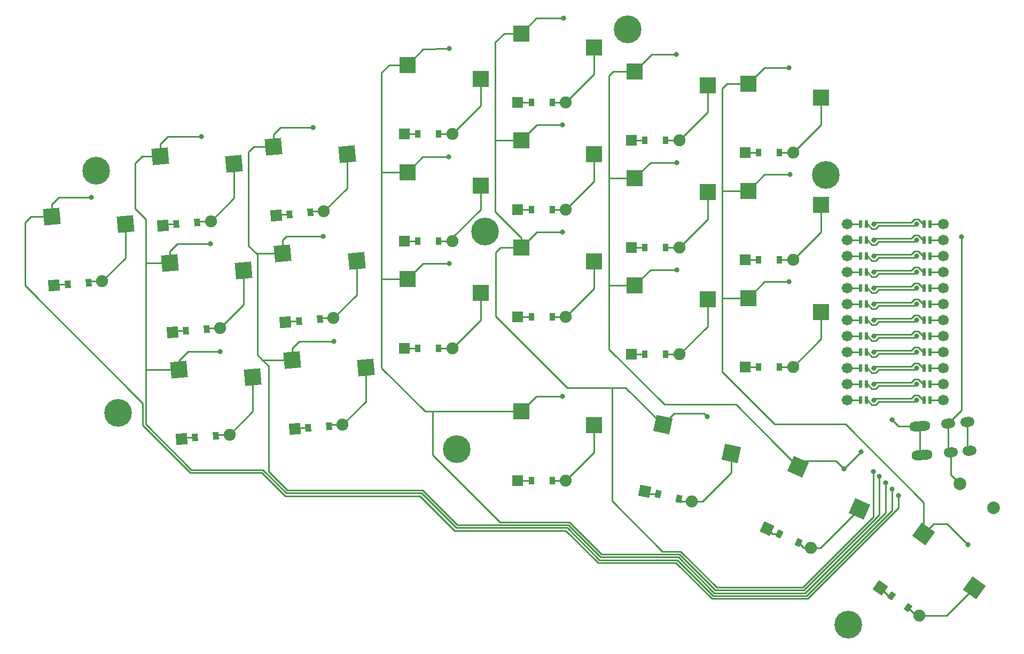
<source format=gbr>
%TF.GenerationSoftware,KiCad,Pcbnew,7.0.10*%
%TF.CreationDate,2024-02-18T22:51:37+03:00*%
%TF.ProjectId,jcuken_1,6a63756b-656e-45f3-912e-6b696361645f,0.1*%
%TF.SameCoordinates,Original*%
%TF.FileFunction,Copper,L2,Bot*%
%TF.FilePolarity,Positive*%
%FSLAX46Y46*%
G04 Gerber Fmt 4.6, Leading zero omitted, Abs format (unit mm)*
G04 Created by KiCad (PCBNEW 7.0.10) date 2024-02-18 22:51:37*
%MOMM*%
%LPD*%
G01*
G04 APERTURE LIST*
G04 Aperture macros list*
%AMHorizOval*
0 Thick line with rounded ends*
0 $1 width*
0 $2 $3 position (X,Y) of the first rounded end (center of the circle)*
0 $4 $5 position (X,Y) of the second rounded end (center of the circle)*
0 Add line between two ends*
20,1,$1,$2,$3,$4,$5,0*
0 Add two circle primitives to create the rounded ends*
1,1,$1,$2,$3*
1,1,$1,$4,$5*%
%AMRotRect*
0 Rectangle, with rotation*
0 The origin of the aperture is its center*
0 $1 length*
0 $2 width*
0 $3 Rotation angle, in degrees counterclockwise*
0 Add horizontal line*
21,1,$1,$2,0,0,$3*%
G04 Aperture macros list end*
%TA.AperFunction,ComponentPad*%
%ADD10C,2.000000*%
%TD*%
%TA.AperFunction,SMDPad,CuDef*%
%ADD11R,2.600000X2.600000*%
%TD*%
%TA.AperFunction,ComponentPad*%
%ADD12RotRect,1.778000X1.778000X5.000000*%
%TD*%
%TA.AperFunction,SMDPad,CuDef*%
%ADD13RotRect,0.900000X1.200000X5.000000*%
%TD*%
%TA.AperFunction,ComponentPad*%
%ADD14C,1.905000*%
%TD*%
%TA.AperFunction,ComponentPad*%
%ADD15RotRect,1.778000X1.778000X324.000000*%
%TD*%
%TA.AperFunction,SMDPad,CuDef*%
%ADD16RotRect,0.900000X1.200000X324.000000*%
%TD*%
%TA.AperFunction,ComponentPad*%
%ADD17R,1.778000X1.778000*%
%TD*%
%TA.AperFunction,SMDPad,CuDef*%
%ADD18R,0.900000X1.200000*%
%TD*%
%TA.AperFunction,SMDPad,CuDef*%
%ADD19RotRect,2.600000X2.600000X336.000000*%
%TD*%
%TA.AperFunction,ComponentPad*%
%ADD20C,0.700000*%
%TD*%
%TA.AperFunction,ComponentPad*%
%ADD21C,4.400000*%
%TD*%
%TA.AperFunction,SMDPad,CuDef*%
%ADD22RotRect,2.600000X2.600000X5.000000*%
%TD*%
%TA.AperFunction,ComponentPad*%
%ADD23RotRect,1.778000X1.778000X348.000000*%
%TD*%
%TA.AperFunction,SMDPad,CuDef*%
%ADD24RotRect,0.900000X1.200000X348.000000*%
%TD*%
%TA.AperFunction,ComponentPad*%
%ADD25HorizOval,1.600000X-0.846765X-0.074082X0.846765X0.074082X0*%
%TD*%
%TA.AperFunction,ComponentPad*%
%ADD26HorizOval,1.600000X-0.298858X-0.026147X0.298858X0.026147X0*%
%TD*%
%TA.AperFunction,SMDPad,CuDef*%
%ADD27R,0.600000X1.200000*%
%TD*%
%TA.AperFunction,ComponentPad*%
%ADD28C,0.800000*%
%TD*%
%TA.AperFunction,ComponentPad*%
%ADD29C,1.700000*%
%TD*%
%TA.AperFunction,SMDPad,CuDef*%
%ADD30RotRect,2.600000X2.600000X324.000000*%
%TD*%
%TA.AperFunction,SMDPad,CuDef*%
%ADD31RotRect,2.600000X2.600000X348.000000*%
%TD*%
%TA.AperFunction,ComponentPad*%
%ADD32RotRect,1.778000X1.778000X336.000000*%
%TD*%
%TA.AperFunction,SMDPad,CuDef*%
%ADD33RotRect,0.900000X1.200000X336.000000*%
%TD*%
%TA.AperFunction,ViaPad*%
%ADD34C,0.800000*%
%TD*%
%TA.AperFunction,Conductor*%
%ADD35C,0.250000*%
%TD*%
G04 APERTURE END LIST*
D10*
%TO.P,B1,1*%
%TO.N,RST*%
X201050073Y-102011086D03*
%TO.P,B1,2*%
%TO.N,GND*%
X195791463Y-98190482D03*
%TD*%
D11*
%TO.P,S16,1*%
%TO.N,P8*%
X144218929Y-32689195D03*
%TO.P,S16,2*%
%TO.N,index_top*%
X155768929Y-34889195D03*
%TD*%
D12*
%TO.P,D3,1*%
%TO.N,P3*%
X70918197Y-74101048D03*
D13*
X73069978Y-73912792D03*
%TO.P,D3,2*%
%TO.N,outer_home*%
X76357420Y-73625178D03*
D14*
X78509201Y-73436922D03*
%TD*%
D15*
%TO.P,D23,1*%
%TO.N,P5*%
X183141869Y-114648424D03*
D16*
X184889346Y-115918040D03*
%TO.P,D23,2*%
%TO.N,far_thumb*%
X187559102Y-117857732D03*
D14*
X189306579Y-119127348D03*
%TD*%
D17*
%TO.P,D8,1*%
%TO.N,P4*%
X107683929Y-76639195D03*
D18*
X109843929Y-76639195D03*
%TO.P,D8,2*%
%TO.N,ring_bottom*%
X113143929Y-76639195D03*
D14*
X115303929Y-76639195D03*
%TD*%
D17*
%TO.P,D18,1*%
%TO.N,P3*%
X161683929Y-62639194D03*
D18*
X163843929Y-62639194D03*
%TO.P,D18,2*%
%TO.N,inner_home*%
X167143929Y-62639194D03*
D14*
X169303929Y-62639194D03*
%TD*%
D19*
%TO.P,S22,1*%
%TO.N,P8*%
X170140818Y-95483061D03*
%TO.P,S22,2*%
%TO.N,one_more_thumb*%
X179797447Y-102190669D03*
%TD*%
D12*
%TO.P,D2,1*%
%TO.N,P4*%
X72399845Y-91036358D03*
D13*
X74551626Y-90848102D03*
%TO.P,D2,2*%
%TO.N,outer_bottom*%
X77839068Y-90560488D03*
D14*
X79990849Y-90372232D03*
%TD*%
D20*
%TO.P,_1,1*%
%TO.N,N/C*%
X57203387Y-48599331D03*
X57583135Y-47394925D03*
X57786509Y-49719497D03*
X58703301Y-46811803D03*
D21*
X58847108Y-48455524D03*
D20*
X58990915Y-50099245D03*
X59907707Y-47191551D03*
X60111081Y-49516123D03*
X60490829Y-48311717D03*
%TD*%
D11*
%TO.P,S18,1*%
%TO.N,P9*%
X162218929Y-51689194D03*
%TO.P,S18,2*%
%TO.N,inner_home*%
X173768929Y-53889194D03*
%TD*%
D22*
%TO.P,S7,1*%
%TO.N,P21*%
X86946663Y-44641976D03*
%TO.P,S7,2*%
%TO.N,pinky_top*%
X98644454Y-45826955D03*
%TD*%
D20*
%TO.P,_3,1*%
%TO.N,N/C*%
X141443929Y-26039195D03*
X141927203Y-24872469D03*
X141927203Y-27205921D03*
X143093929Y-24389195D03*
D21*
X143093929Y-26039195D03*
D20*
X143093929Y-27689195D03*
X144260655Y-24872469D03*
X144260655Y-27205921D03*
X144743929Y-26039195D03*
%TD*%
D23*
%TO.P,D21,1*%
%TO.N,P5*%
X145842068Y-99377422D03*
D24*
X147954866Y-99826512D03*
%TO.P,D21,2*%
%TO.N,home_thumb*%
X151182754Y-100512620D03*
D14*
X153295552Y-100961710D03*
%TD*%
D11*
%TO.P,S14,1*%
%TO.N,P8*%
X144218929Y-66689195D03*
%TO.P,S14,2*%
%TO.N,index_bottom*%
X155768929Y-68889195D03*
%TD*%
D17*
%TO.P,D11,1*%
%TO.N,P4*%
X125683929Y-71639195D03*
D18*
X127843929Y-71639195D03*
%TO.P,D11,2*%
%TO.N,middle_bottom*%
X131143929Y-71639195D03*
D14*
X133303929Y-71639195D03*
%TD*%
D12*
%TO.P,D1,1*%
%TO.N,P2*%
X52202291Y-66704099D03*
D13*
X54354072Y-66515843D03*
%TO.P,D1,2*%
%TO.N,far_outer_top*%
X57641514Y-66228229D03*
D14*
X59793295Y-66039973D03*
%TD*%
D17*
%TO.P,D12,1*%
%TO.N,P3*%
X125683929Y-54639195D03*
D18*
X127843929Y-54639195D03*
%TO.P,D12,2*%
%TO.N,middle_home*%
X131143929Y-54639195D03*
D14*
X133303929Y-54639195D03*
%TD*%
D17*
%TO.P,D15,1*%
%TO.N,P3*%
X143683929Y-60639195D03*
D18*
X145843929Y-60639195D03*
%TO.P,D15,2*%
%TO.N,index_home*%
X149143929Y-60639195D03*
D14*
X151303929Y-60639195D03*
%TD*%
D11*
%TO.P,S9,1*%
%TO.N,P6*%
X108218929Y-48689194D03*
%TO.P,S9,2*%
%TO.N,ring_home*%
X119768929Y-50889194D03*
%TD*%
%TO.P,S19,1*%
%TO.N,P9*%
X162218929Y-34689194D03*
%TO.P,S19,2*%
%TO.N,inner_top*%
X173768929Y-36889194D03*
%TD*%
D17*
%TO.P,D17,1*%
%TO.N,P4*%
X161683929Y-79639195D03*
D18*
X163843929Y-79639195D03*
%TO.P,D17,2*%
%TO.N,inner_bottom*%
X167143929Y-79639195D03*
D14*
X169303929Y-79639195D03*
%TD*%
D22*
%TO.P,S1,1*%
%TO.N,P19*%
X51780900Y-55749140D03*
%TO.P,S1,2*%
%TO.N,far_outer_top*%
X63478691Y-56934119D03*
%TD*%
D25*
%TO.P,TRRS1,1*%
%TO.N,P0*%
X189383920Y-88993624D03*
X189784836Y-93576119D03*
D26*
%TO.P,TRRS1,2*%
%TO.N,GND*%
X193916605Y-88597065D03*
X194317522Y-93179561D03*
%TO.P,TRRS1,3*%
%TO.N,VCC*%
X196905190Y-88335598D03*
X197306106Y-92918093D03*
%TD*%
D27*
%TO.P,MCU1,1*%
%TO.N,RAW*%
X180913929Y-56939195D03*
D28*
X188893929Y-56939195D03*
D29*
%TO.N,MCU1_1*%
X193113929Y-56939195D03*
D27*
%TO.P,MCU1,2*%
%TO.N,GND*%
X180913929Y-59479195D03*
D28*
X188893929Y-59479195D03*
D29*
%TO.N,MCU1_2*%
X193113929Y-59479195D03*
D27*
%TO.P,MCU1,3*%
%TO.N,RST*%
X180913929Y-62019195D03*
D28*
X188893929Y-62019195D03*
D29*
%TO.N,MCU1_3*%
X193113929Y-62019195D03*
D27*
%TO.P,MCU1,4*%
%TO.N,VCC*%
X180913929Y-64559195D03*
D28*
X188893929Y-64559195D03*
D29*
%TO.N,MCU1_4*%
X193113929Y-64559195D03*
D27*
%TO.P,MCU1,5*%
%TO.N,P21*%
X180913929Y-67099195D03*
D28*
X188893929Y-67099195D03*
D29*
%TO.N,MCU1_5*%
X193113929Y-67099195D03*
D27*
%TO.P,MCU1,6*%
%TO.N,P20*%
X180913929Y-69639195D03*
D28*
X188893929Y-69639195D03*
D29*
%TO.N,MCU1_6*%
X193113929Y-69639195D03*
D27*
%TO.P,MCU1,7*%
%TO.N,P19*%
X180913929Y-72179195D03*
D28*
X188893929Y-72179195D03*
D29*
%TO.N,MCU1_7*%
X193113929Y-72179195D03*
D27*
%TO.P,MCU1,8*%
%TO.N,P18*%
X180913929Y-74719195D03*
D28*
X188893929Y-74719195D03*
D29*
%TO.N,MCU1_8*%
X193113929Y-74719195D03*
D27*
%TO.P,MCU1,9*%
%TO.N,P15*%
X180913929Y-77259195D03*
D28*
X188893929Y-77259195D03*
D29*
%TO.N,MCU1_9*%
X193113929Y-77259195D03*
D27*
%TO.P,MCU1,10*%
%TO.N,P14*%
X180913929Y-79799195D03*
D28*
X188893929Y-79799195D03*
D29*
%TO.N,MCU1_10*%
X193113929Y-79799195D03*
D27*
%TO.P,MCU1,11*%
%TO.N,P16*%
X180913929Y-82339195D03*
D28*
X188893929Y-82339195D03*
D29*
%TO.N,MCU1_11*%
X193113929Y-82339195D03*
D27*
%TO.P,MCU1,12*%
%TO.N,P10*%
X180913929Y-84879195D03*
D28*
X188893929Y-84879195D03*
D29*
%TO.N,MCU1_12*%
X193113929Y-84879195D03*
%TO.P,MCU1,13*%
%TO.N,MCU1_13*%
X177873929Y-84879195D03*
D27*
X180013929Y-84879195D03*
%TO.N,MCU1_12*%
X190973929Y-84879195D03*
D29*
%TO.P,MCU1,14*%
%TO.N,MCU1_14*%
X177873929Y-82339195D03*
D27*
X180013929Y-82339195D03*
%TO.N,MCU1_11*%
X190973929Y-82339195D03*
D29*
%TO.P,MCU1,15*%
%TO.N,MCU1_15*%
X177873929Y-79799195D03*
D27*
X180013929Y-79799195D03*
%TO.N,MCU1_10*%
X190973929Y-79799195D03*
D29*
%TO.P,MCU1,16*%
%TO.N,MCU1_16*%
X177873929Y-77259195D03*
D27*
X180013929Y-77259195D03*
%TO.N,MCU1_9*%
X190973929Y-77259195D03*
D29*
%TO.P,MCU1,17*%
%TO.N,MCU1_17*%
X177873929Y-74719195D03*
D27*
X180013929Y-74719195D03*
%TO.N,MCU1_8*%
X190973929Y-74719195D03*
D29*
%TO.P,MCU1,18*%
%TO.N,MCU1_18*%
X177873929Y-72179195D03*
D27*
X180013929Y-72179195D03*
%TO.N,MCU1_7*%
X190973929Y-72179195D03*
D29*
%TO.P,MCU1,19*%
%TO.N,MCU1_19*%
X177873929Y-69639195D03*
D27*
X180013929Y-69639195D03*
%TO.N,MCU1_6*%
X190973929Y-69639195D03*
D29*
%TO.P,MCU1,20*%
%TO.N,MCU1_20*%
X177873929Y-67099195D03*
D27*
X180013929Y-67099195D03*
%TO.N,MCU1_5*%
X190973929Y-67099195D03*
D29*
%TO.P,MCU1,21*%
%TO.N,MCU1_21*%
X177873929Y-64559195D03*
D27*
X180013929Y-64559195D03*
%TO.N,MCU1_4*%
X190973929Y-64559195D03*
D29*
%TO.P,MCU1,22*%
%TO.N,MCU1_22*%
X177873929Y-62019195D03*
D27*
X180013929Y-62019195D03*
%TO.N,MCU1_3*%
X190973929Y-62019195D03*
D29*
%TO.P,MCU1,23*%
%TO.N,MCU1_23*%
X177873929Y-59479195D03*
D27*
X180013929Y-59479195D03*
%TO.N,MCU1_2*%
X190973929Y-59479195D03*
D29*
%TO.P,MCU1,24*%
%TO.N,MCU1_24*%
X177873929Y-56939195D03*
D27*
X180013929Y-56939195D03*
%TO.N,MCU1_1*%
X190973929Y-56939195D03*
D28*
%TO.P,MCU1,113*%
%TO.N,P9*%
X182093929Y-84879195D03*
D27*
X190073929Y-84879195D03*
D28*
%TO.P,MCU1,114*%
%TO.N,P8*%
X182093929Y-82339195D03*
D27*
X190073929Y-82339195D03*
D28*
%TO.P,MCU1,115*%
%TO.N,P7*%
X182093929Y-79799195D03*
D27*
X190073929Y-79799195D03*
D28*
%TO.P,MCU1,116*%
%TO.N,P6*%
X182093929Y-77259195D03*
D27*
X190073929Y-77259195D03*
D28*
%TO.P,MCU1,117*%
%TO.N,P5*%
X182093929Y-74719195D03*
D27*
X190073929Y-74719195D03*
D28*
%TO.P,MCU1,118*%
%TO.N,P4*%
X182093929Y-72179195D03*
D27*
X190073929Y-72179195D03*
D28*
%TO.P,MCU1,119*%
%TO.N,P3*%
X182093929Y-69639195D03*
D27*
X190073929Y-69639195D03*
D28*
%TO.P,MCU1,120*%
%TO.N,P2*%
X182093929Y-67099195D03*
D27*
X190073929Y-67099195D03*
D28*
%TO.P,MCU1,121*%
%TO.N,N/C*%
X182093929Y-64559195D03*
D27*
X190073929Y-64559195D03*
D28*
%TO.P,MCU1,122*%
X182093929Y-62019195D03*
D27*
X190073929Y-62019195D03*
D28*
%TO.P,MCU1,123*%
%TO.N,P0*%
X182093929Y-59479195D03*
D27*
X190073929Y-59479195D03*
D28*
%TO.P,MCU1,124*%
%TO.N,P1*%
X182093929Y-56939195D03*
D27*
X190073929Y-56939195D03*
%TD*%
D17*
%TO.P,D19,1*%
%TO.N,P2*%
X161683929Y-45639194D03*
D18*
X163843929Y-45639194D03*
%TO.P,D19,2*%
%TO.N,inner_top*%
X167143929Y-45639194D03*
D14*
X169303929Y-45639194D03*
%TD*%
D17*
%TO.P,D14,1*%
%TO.N,P4*%
X143683929Y-77639195D03*
D18*
X145843929Y-77639195D03*
%TO.P,D14,2*%
%TO.N,index_bottom*%
X149143929Y-77639195D03*
D14*
X151303929Y-77639195D03*
%TD*%
D12*
%TO.P,D5,1*%
%TO.N,P4*%
X90331349Y-89467555D03*
D13*
X92483130Y-89279299D03*
%TO.P,D5,2*%
%TO.N,pinky_bottom*%
X95770572Y-88991685D03*
D14*
X97922353Y-88803429D03*
%TD*%
D12*
%TO.P,D4,1*%
%TO.N,P2*%
X69436549Y-57165739D03*
D13*
X71588330Y-56977483D03*
%TO.P,D4,2*%
%TO.N,outer_top*%
X74875772Y-56689869D03*
D14*
X77027553Y-56501613D03*
%TD*%
D11*
%TO.P,S8,1*%
%TO.N,P6*%
X108218929Y-65689195D03*
%TO.P,S8,2*%
%TO.N,ring_bottom*%
X119768929Y-67889195D03*
%TD*%
D22*
%TO.P,S6,1*%
%TO.N,P21*%
X88428311Y-61577286D03*
%TO.P,S6,2*%
%TO.N,pinky_home*%
X100126102Y-62762265D03*
%TD*%
D20*
%TO.P,_4,1*%
%TO.N,N/C*%
X118843929Y-58139195D03*
X119327203Y-56972469D03*
X119327203Y-59305921D03*
X120493929Y-56489195D03*
D21*
X120493929Y-58139195D03*
D20*
X120493929Y-59789195D03*
X121660655Y-56972469D03*
X121660655Y-59305921D03*
X122143929Y-58139195D03*
%TD*%
D11*
%TO.P,S20,1*%
%TO.N,P6*%
X126218929Y-86689194D03*
%TO.P,S20,2*%
%TO.N,near_thumb*%
X137768929Y-88889194D03*
%TD*%
%TO.P,S17,1*%
%TO.N,P9*%
X162218929Y-68689195D03*
%TO.P,S17,2*%
%TO.N,inner_bottom*%
X173768929Y-70889195D03*
%TD*%
D17*
%TO.P,D16,1*%
%TO.N,P2*%
X143683929Y-43639195D03*
D18*
X145843929Y-43639195D03*
%TO.P,D16,2*%
%TO.N,index_top*%
X149143929Y-43639195D03*
D14*
X151303929Y-43639195D03*
%TD*%
D20*
%TO.P,_7,1*%
%TO.N,N/C*%
X172843929Y-49139194D03*
X173327203Y-47972468D03*
X173327203Y-50305920D03*
X174493929Y-47489194D03*
D21*
X174493929Y-49139194D03*
D20*
X174493929Y-50789194D03*
X175660655Y-47972468D03*
X175660655Y-50305920D03*
X176143929Y-49139194D03*
%TD*%
D30*
%TO.P,S23,1*%
%TO.N,P9*%
X190010942Y-106104153D03*
%TO.P,S23,2*%
%TO.N,far_thumb*%
X198061960Y-114672910D03*
%TD*%
D22*
%TO.P,S4,1*%
%TO.N,P20*%
X69015159Y-46210779D03*
%TO.P,S4,2*%
%TO.N,outer_top*%
X80712950Y-47395758D03*
%TD*%
D17*
%TO.P,D13,1*%
%TO.N,P2*%
X125683929Y-37639194D03*
D18*
X127843929Y-37639194D03*
%TO.P,D13,2*%
%TO.N,middle_top*%
X131143929Y-37639194D03*
D14*
X133303929Y-37639194D03*
%TD*%
D12*
%TO.P,D7,1*%
%TO.N,P2*%
X87368054Y-55596935D03*
D13*
X89519835Y-55408679D03*
%TO.P,D7,2*%
%TO.N,pinky_top*%
X92807277Y-55121065D03*
D14*
X94959058Y-54932809D03*
%TD*%
D22*
%TO.P,S3,1*%
%TO.N,P20*%
X70496806Y-63146089D03*
%TO.P,S3,2*%
%TO.N,outer_home*%
X82194597Y-64331068D03*
%TD*%
D11*
%TO.P,S10,1*%
%TO.N,P6*%
X108218929Y-31689194D03*
%TO.P,S10,2*%
%TO.N,ring_top*%
X119768929Y-33889194D03*
%TD*%
D12*
%TO.P,D6,1*%
%TO.N,P3*%
X88849701Y-72532245D03*
D13*
X91001482Y-72343989D03*
%TO.P,D6,2*%
%TO.N,pinky_home*%
X94288924Y-72056375D03*
D14*
X96440705Y-71868119D03*
%TD*%
D11*
%TO.P,S11,1*%
%TO.N,P7*%
X126218929Y-60689195D03*
%TO.P,S11,2*%
%TO.N,middle_bottom*%
X137768929Y-62889195D03*
%TD*%
D20*
%TO.P,_5,1*%
%TO.N,N/C*%
X114343929Y-92639194D03*
X114827203Y-91472468D03*
X114827203Y-93805920D03*
X115993929Y-90989194D03*
D21*
X115993929Y-92639194D03*
D20*
X115993929Y-94289194D03*
X117160655Y-91472468D03*
X117160655Y-93805920D03*
X117643929Y-92639194D03*
%TD*%
%TO.P,_2,1*%
%TO.N,N/C*%
X60667218Y-87043731D03*
X61046966Y-85839325D03*
X61250340Y-88163897D03*
X62167132Y-85256203D03*
D21*
X62310939Y-86899924D03*
D20*
X62454746Y-88543645D03*
X63371538Y-85635951D03*
X63574912Y-87960523D03*
X63954660Y-86756117D03*
%TD*%
D22*
%TO.P,S5,1*%
%TO.N,P21*%
X89909958Y-78512595D03*
%TO.P,S5,2*%
%TO.N,pinky_bottom*%
X101607749Y-79697574D03*
%TD*%
%TO.P,S2,1*%
%TO.N,P20*%
X71978454Y-80081399D03*
%TO.P,S2,2*%
%TO.N,outer_bottom*%
X83676245Y-81266378D03*
%TD*%
D31*
%TO.P,S21,1*%
%TO.N,P7*%
X148642010Y-88777939D03*
%TO.P,S21,2*%
%TO.N,home_thumb*%
X159482209Y-93331244D03*
%TD*%
D17*
%TO.P,D9,1*%
%TO.N,P3*%
X107683929Y-59639194D03*
D18*
X109843929Y-59639194D03*
%TO.P,D9,2*%
%TO.N,ring_home*%
X113143929Y-59639194D03*
D14*
X115303929Y-59639194D03*
%TD*%
D20*
%TO.P,_6,1*%
%TO.N,N/C*%
X176693433Y-119542888D03*
X177770194Y-118883049D03*
X176398626Y-120770851D03*
X178998157Y-119177856D03*
D21*
X178028311Y-120512734D03*
D20*
X177058465Y-121847612D03*
X179657996Y-120254617D03*
X178286428Y-122142419D03*
X179363189Y-121482580D03*
%TD*%
D17*
%TO.P,D20,1*%
%TO.N,P5*%
X125683929Y-97639194D03*
D18*
X127843929Y-97639194D03*
%TO.P,D20,2*%
%TO.N,near_thumb*%
X131143929Y-97639194D03*
D14*
X133303929Y-97639194D03*
%TD*%
D11*
%TO.P,S13,1*%
%TO.N,P7*%
X126218929Y-26689194D03*
%TO.P,S13,2*%
%TO.N,middle_top*%
X137768929Y-28889194D03*
%TD*%
D32*
%TO.P,D22,1*%
%TO.N,P5*%
X165198305Y-105268779D03*
D33*
X167171563Y-106147331D03*
%TO.P,D22,2*%
%TO.N,one_more_thumb*%
X170186263Y-107489561D03*
D14*
X172159521Y-108368113D03*
%TD*%
D17*
%TO.P,D10,1*%
%TO.N,P2*%
X107683929Y-42639194D03*
D18*
X109843929Y-42639194D03*
%TO.P,D10,2*%
%TO.N,ring_top*%
X113143929Y-42639194D03*
D14*
X115303929Y-42639194D03*
%TD*%
D11*
%TO.P,S15,1*%
%TO.N,P8*%
X144218929Y-49689195D03*
%TO.P,S15,2*%
%TO.N,index_home*%
X155768929Y-51889195D03*
%TD*%
%TO.P,S12,1*%
%TO.N,P7*%
X126218929Y-43689195D03*
%TO.P,S12,2*%
%TO.N,middle_home*%
X137768929Y-45889195D03*
%TD*%
D34*
%TO.N,P19*%
X58100000Y-52700000D03*
X186000000Y-100000000D03*
%TO.N,P20*%
X77000000Y-60100000D03*
X75500000Y-43100000D03*
X78500000Y-77200000D03*
X185000000Y-99000000D03*
%TO.N,P21*%
X96500000Y-75600000D03*
X94800000Y-58900000D03*
X93200000Y-41600000D03*
X184000000Y-98000000D03*
%TO.N,P6*%
X114800000Y-29100000D03*
X183000000Y-97000000D03*
X132800000Y-84300000D03*
X114700000Y-46300000D03*
X114800000Y-63200000D03*
%TO.N,P7*%
X132800000Y-41200000D03*
X155700000Y-87500000D03*
X132900000Y-24300000D03*
X182000000Y-96200000D03*
X132800000Y-58200000D03*
%TO.N,P8*%
X150800000Y-30000000D03*
X177400000Y-95800000D03*
X150900000Y-64200000D03*
X150900000Y-47200000D03*
X180100000Y-93100000D03*
%TO.N,P9*%
X168700000Y-66100000D03*
X197000000Y-107800000D03*
X168800000Y-49100000D03*
X168700000Y-32100000D03*
%TO.N,GND*%
X196000000Y-59000000D03*
%TO.N,P0*%
X185000000Y-88000000D03*
%TD*%
D35*
%TO.N,P19*%
X51780900Y-53819100D02*
X52900000Y-52700000D01*
X182889000Y-72409000D02*
X188664000Y-72409000D01*
X179004594Y-109004594D02*
X186000000Y-102009188D01*
X73763604Y-96400000D02*
X85100000Y-96400000D01*
X51780900Y-55749140D02*
X48550860Y-55749140D01*
X181069000Y-72179000D02*
X181794000Y-72904000D01*
X110200000Y-100100000D02*
X115700000Y-105600000D01*
X88800000Y-100100000D02*
X110200000Y-100100000D01*
X47600000Y-66700000D02*
X66250000Y-85350000D01*
X47600000Y-56700000D02*
X47600000Y-66700000D01*
X66250000Y-85350000D02*
X66250000Y-88886396D01*
X180719000Y-72179000D02*
X181069000Y-72179000D01*
X51780900Y-55749140D02*
X51780900Y-53819100D01*
X186000000Y-102009188D02*
X186000000Y-100000000D01*
X138400000Y-110700000D02*
X150750237Y-110700000D01*
X115700000Y-105600000D02*
X133300000Y-105600000D01*
X181794000Y-72904000D02*
X182394000Y-72904000D01*
X66250000Y-88886396D02*
X73763604Y-96400000D01*
X48550860Y-55749140D02*
X47600000Y-56700000D01*
X150750237Y-110700000D02*
X156450237Y-116400000D01*
X169400000Y-116400000D02*
X171609188Y-116400000D01*
X182394000Y-72904000D02*
X182889000Y-72409000D01*
X52900000Y-52700000D02*
X58100000Y-52700000D01*
X133300000Y-105600000D02*
X138400000Y-110700000D01*
X156450237Y-116400000D02*
X169400000Y-116400000D01*
X171609188Y-116400000D02*
X179004594Y-109004594D01*
X85100000Y-96400000D02*
X88800000Y-100100000D01*
%TO.N,far_outer_top*%
X59793295Y-66039973D02*
X57829770Y-66039973D01*
X63478691Y-62354577D02*
X59793295Y-66039973D01*
X57829770Y-66039973D02*
X57641514Y-66228229D01*
X63478691Y-56934119D02*
X63478691Y-62354577D01*
%TO.N,P20*%
X69015159Y-46210779D02*
X66089221Y-46210779D01*
X138586396Y-110250000D02*
X150936633Y-110250000D01*
X182394000Y-70364000D02*
X182889000Y-69869000D01*
X73400000Y-77200000D02*
X71978454Y-78621546D01*
X69015159Y-46210779D02*
X69015159Y-44284841D01*
X88986396Y-99650000D02*
X110386396Y-99650000D01*
X169900000Y-115950000D02*
X171422792Y-115950000D01*
X66746089Y-63146089D02*
X66700000Y-63100000D01*
X65000000Y-54500000D02*
X66700000Y-56200000D01*
X70496806Y-63146089D02*
X66746089Y-63146089D01*
X85286396Y-95950000D02*
X88986396Y-99650000D01*
X110386396Y-99650000D02*
X115886396Y-105150000D01*
X78500000Y-77200000D02*
X73400000Y-77200000D01*
X65000000Y-47300000D02*
X65000000Y-54500000D01*
X69015159Y-44284841D02*
X69700000Y-43600000D01*
X66089221Y-46210779D02*
X65000000Y-47300000D01*
X66718601Y-80081399D02*
X66700000Y-80100000D01*
X180719000Y-69639000D02*
X181069000Y-69639000D01*
X115886396Y-105150000D02*
X133486396Y-105150000D01*
X73950000Y-95950000D02*
X85286396Y-95950000D01*
X66700000Y-80100000D02*
X66700000Y-88700000D01*
X185000000Y-99725000D02*
X185000000Y-99000000D01*
X77000000Y-60100000D02*
X71700000Y-60100000D01*
X70200000Y-43100000D02*
X75500000Y-43100000D01*
X66700000Y-88700000D02*
X73950000Y-95950000D01*
X71978454Y-80081399D02*
X66718601Y-80081399D01*
X171422792Y-115950000D02*
X185000000Y-102372792D01*
X181069000Y-69639000D02*
X181794000Y-70364000D01*
X150936633Y-110250000D02*
X156636633Y-115950000D01*
X185000000Y-102372792D02*
X185000000Y-99725000D01*
X66700000Y-56200000D02*
X66700000Y-63100000D01*
X69700000Y-43600000D02*
X70200000Y-43100000D01*
X182889000Y-69869000D02*
X188664000Y-69869000D01*
X133486396Y-105150000D02*
X138586396Y-110250000D01*
X156636633Y-115950000D02*
X169900000Y-115950000D01*
X181794000Y-70364000D02*
X182394000Y-70364000D01*
X71700000Y-60100000D02*
X70496806Y-61303194D01*
X70496806Y-61303194D02*
X70496806Y-63146089D01*
X66700000Y-63100000D02*
X66700000Y-80100000D01*
X71978454Y-78621546D02*
X71978454Y-80081399D01*
%TO.N,outer_bottom*%
X78027324Y-90372232D02*
X77839068Y-90560488D01*
X79990849Y-90372232D02*
X78027324Y-90372232D01*
X83676245Y-86686836D02*
X79990849Y-90372232D01*
X83676245Y-81266378D02*
X83676245Y-86686836D01*
%TO.N,outer_home*%
X76545676Y-73436922D02*
X76357420Y-73625178D01*
X78509201Y-73436922D02*
X76545676Y-73436922D01*
X82194597Y-64331068D02*
X82194597Y-69751526D01*
X82194597Y-69751526D02*
X78509201Y-73436922D01*
%TO.N,outer_top*%
X80712950Y-52816216D02*
X77027553Y-56501613D01*
X75064028Y-56501613D02*
X74875772Y-56689869D01*
X77027553Y-56501613D02*
X75064028Y-56501613D01*
X80712950Y-47395758D02*
X80712950Y-52816216D01*
%TO.N,P21*%
X89909958Y-76690042D02*
X90200000Y-76400000D01*
X91000000Y-75600000D02*
X96500000Y-75600000D01*
X116072792Y-104700000D02*
X110572792Y-99200000D01*
X138772792Y-109800000D02*
X133672792Y-104700000D01*
X182889000Y-67329000D02*
X188664000Y-67329000D01*
X181794000Y-67824000D02*
X182394000Y-67824000D01*
X89909958Y-78512595D02*
X89909958Y-76690042D01*
X86200000Y-79500000D02*
X85200000Y-78500000D01*
X184000000Y-102736396D02*
X171236396Y-115500000D01*
X86946663Y-44641976D02*
X83858024Y-44641976D01*
X110572792Y-99200000D02*
X89172792Y-99200000D01*
X89000000Y-58900000D02*
X94800000Y-58900000D01*
X86946663Y-42753337D02*
X88100000Y-41600000D01*
X86200000Y-96227208D02*
X86200000Y-79500000D01*
X84177286Y-61577286D02*
X84150000Y-61550000D01*
X96500000Y-75600000D02*
X96700000Y-75600000D01*
X182394000Y-67824000D02*
X182889000Y-67329000D01*
X86946663Y-44641976D02*
X86946663Y-42753337D01*
X84400000Y-61800000D02*
X84400000Y-77700000D01*
X93200000Y-41600000D02*
X93100000Y-41600000D01*
X88800000Y-59100000D02*
X89000000Y-58900000D01*
X90200000Y-76400000D02*
X91000000Y-75600000D01*
X85212595Y-78512595D02*
X85200000Y-78500000D01*
X180719000Y-67099000D02*
X181069000Y-67099000D01*
X88428311Y-59471689D02*
X88800000Y-59100000D01*
X181069000Y-67099000D02*
X181794000Y-67824000D01*
X84150000Y-61550000D02*
X84400000Y-61800000D01*
X83000000Y-45500000D02*
X83000000Y-60400000D01*
X133672792Y-104700000D02*
X116072792Y-104700000D01*
X89172792Y-99200000D02*
X86200000Y-96227208D01*
X88100000Y-41600000D02*
X93200000Y-41600000D01*
X184000000Y-98000000D02*
X184000000Y-102736396D01*
X83858024Y-44641976D02*
X83000000Y-45500000D01*
X89909958Y-78512595D02*
X85212595Y-78512595D01*
X88428311Y-61577286D02*
X88428311Y-59471689D01*
X156823029Y-115500000D02*
X151123029Y-109800000D01*
X83000000Y-60400000D02*
X84150000Y-61550000D01*
X84400000Y-77700000D02*
X85200000Y-78500000D01*
X151123029Y-109800000D02*
X138772792Y-109800000D01*
X171236396Y-115500000D02*
X156823029Y-115500000D01*
X88428311Y-61577286D02*
X84177286Y-61577286D01*
%TO.N,pinky_bottom*%
X95958828Y-88803429D02*
X95770572Y-88991685D01*
X101607749Y-79697574D02*
X101607749Y-85118033D01*
X97922353Y-88803429D02*
X95958828Y-88803429D01*
X101607749Y-85118033D02*
X97922353Y-88803429D01*
%TO.N,pinky_home*%
X100126102Y-68182722D02*
X96440705Y-71868119D01*
X100126102Y-62762265D02*
X100126102Y-68182722D01*
X96440705Y-71868119D02*
X94477180Y-71868119D01*
X94477180Y-71868119D02*
X94288924Y-72056375D01*
%TO.N,pinky_top*%
X92995533Y-54932809D02*
X92807277Y-55121065D01*
X98644454Y-45826955D02*
X98644454Y-51247413D01*
X98644454Y-51247413D02*
X94959058Y-54932809D01*
X94959058Y-54932809D02*
X92995533Y-54932809D01*
%TO.N,P6*%
X110708124Y-63200000D02*
X114800000Y-63200000D01*
X188594000Y-76534000D02*
X188089000Y-77039000D01*
X104100000Y-32900000D02*
X104100000Y-48700000D01*
X189919000Y-77259000D02*
X189194000Y-76534000D01*
X122850000Y-104250000D02*
X133859188Y-104250000D01*
X126218929Y-86689194D02*
X112200000Y-86689194D01*
X104100000Y-48700000D02*
X104100000Y-65700000D01*
X110708123Y-29200000D02*
X114800000Y-29100000D01*
X108218929Y-65689195D02*
X110708124Y-63200000D01*
X157009425Y-115050000D02*
X171050000Y-115050000D01*
X112200000Y-86689194D02*
X110989194Y-86689194D01*
X138959188Y-109350000D02*
X151309425Y-109350000D01*
X108218929Y-31689194D02*
X110708123Y-29200000D01*
X108218929Y-65689195D02*
X104110805Y-65689195D01*
X110608123Y-46300000D02*
X114700000Y-46300000D01*
X104110806Y-48689194D02*
X104100000Y-48700000D01*
X108218929Y-31689194D02*
X105310806Y-31689194D01*
X105310806Y-31689194D02*
X104100000Y-32900000D01*
X189194000Y-76534000D02*
X188594000Y-76534000D01*
X151309425Y-109350000D02*
X157009425Y-115050000D01*
X188089000Y-77039000D02*
X182314000Y-77039000D01*
X112200000Y-86689194D02*
X112200000Y-93600000D01*
X108218929Y-48689194D02*
X110608123Y-46300000D01*
X183000000Y-103100000D02*
X183000000Y-97000000D01*
X112200000Y-93600000D02*
X122850000Y-104250000D01*
X133859188Y-104250000D02*
X138959188Y-109350000D01*
X104110805Y-65689195D02*
X104100000Y-65700000D01*
X104100000Y-79800000D02*
X104100000Y-65700000D01*
X190269000Y-77259000D02*
X189919000Y-77259000D01*
X132800000Y-84300000D02*
X128608123Y-84300000D01*
X171050000Y-115050000D02*
X183000000Y-103100000D01*
X128608123Y-84300000D02*
X126218929Y-86689194D01*
X110989194Y-86689194D02*
X104100000Y-79800000D01*
X108218929Y-48689194D02*
X104110806Y-48689194D01*
X114800000Y-29100000D02*
X114800000Y-29200000D01*
%TO.N,ring_bottom*%
X119768929Y-67889195D02*
X119768929Y-72174195D01*
X115303929Y-76639195D02*
X113143929Y-76639195D01*
X119768929Y-72174195D02*
X115303929Y-76639195D01*
%TO.N,ring_home*%
X119768929Y-54631071D02*
X115303929Y-59096071D01*
X119768929Y-50889194D02*
X119768929Y-54631071D01*
X115303929Y-59639194D02*
X113143929Y-59639194D01*
X115303929Y-59096071D02*
X115303929Y-59639194D01*
%TO.N,ring_top*%
X115303929Y-42639194D02*
X113143929Y-42639194D01*
X119768929Y-33889194D02*
X119768929Y-38174194D01*
X119768929Y-38174194D02*
X115303929Y-42639194D01*
%TO.N,P7*%
X128708124Y-41200000D02*
X132800000Y-41200000D01*
X133500000Y-82900000D02*
X140600000Y-82900000D01*
X122910805Y-60689195D02*
X122200000Y-61400000D01*
X140600000Y-100900000D02*
X140600000Y-82900000D01*
X126218929Y-59118929D02*
X126218929Y-60689195D01*
X128608123Y-24300000D02*
X132900000Y-24300000D01*
X189919000Y-79799000D02*
X189194000Y-79074000D01*
X122100000Y-28100000D02*
X122100000Y-43700000D01*
X189194000Y-79074000D02*
X188594000Y-79074000D01*
X157195821Y-114600000D02*
X151495821Y-108900000D01*
X155516150Y-87500000D02*
X155700000Y-87500000D01*
X170863604Y-114600000D02*
X157195821Y-114600000D01*
X126218929Y-60689195D02*
X122910805Y-60689195D01*
X150419949Y-87000000D02*
X148642010Y-88777939D01*
X126218929Y-43689195D02*
X128708124Y-41200000D01*
X155700000Y-87500000D02*
X155200000Y-87000000D01*
X188594000Y-79074000D02*
X188089000Y-79579000D01*
X155816150Y-87583850D02*
X155900000Y-87500000D01*
X155200000Y-87000000D02*
X150419949Y-87000000D01*
X182000000Y-103463604D02*
X170863604Y-114600000D01*
X123510806Y-26689194D02*
X122100000Y-28100000D01*
X122110805Y-43689195D02*
X122100000Y-43700000D01*
X122100000Y-43700000D02*
X122100000Y-55000000D01*
X126218929Y-60689195D02*
X128708124Y-58200000D01*
X151495821Y-108900000D02*
X148600000Y-108900000D01*
X122100000Y-55000000D02*
X126218929Y-59118929D01*
X126218929Y-26689194D02*
X128608123Y-24300000D01*
X128708124Y-58200000D02*
X132800000Y-58200000D01*
X122200000Y-71600000D02*
X133500000Y-82900000D01*
X188089000Y-79579000D02*
X182314000Y-79579000D01*
X182000000Y-96200000D02*
X182000000Y-103463604D01*
X148600000Y-108900000D02*
X140600000Y-100900000D01*
X182000000Y-96200000D02*
X182200000Y-96000000D01*
X140600000Y-82900000D02*
X142764071Y-82900000D01*
X126218929Y-26689194D02*
X123510806Y-26689194D01*
X142764071Y-82900000D02*
X148642010Y-88777939D01*
X190269000Y-79799000D02*
X189919000Y-79799000D01*
X122200000Y-61400000D02*
X122200000Y-71600000D01*
X155600000Y-87583850D02*
X155516150Y-87500000D01*
X126218929Y-43689195D02*
X122110805Y-43689195D01*
%TO.N,middle_bottom*%
X133303929Y-71639195D02*
X131143929Y-71639195D01*
X137768929Y-67174195D02*
X133303929Y-71639195D01*
X137768929Y-62889195D02*
X137768929Y-67174195D01*
%TO.N,middle_home*%
X137768929Y-45889195D02*
X137768929Y-50174195D01*
X133303929Y-54639195D02*
X131143929Y-54639195D01*
X137768929Y-50174195D02*
X133303929Y-54639195D01*
%TO.N,middle_top*%
X137768929Y-33174194D02*
X133303929Y-37639194D01*
X133303929Y-37639194D02*
X131143929Y-37639194D01*
X137768929Y-28889194D02*
X137768929Y-33174194D01*
%TO.N,P8*%
X146708124Y-64200000D02*
X150900000Y-64200000D01*
X188594000Y-81614000D02*
X188089000Y-82119000D01*
X144218929Y-49689195D02*
X140110805Y-49689195D01*
X144218929Y-32689195D02*
X140810805Y-32689195D01*
X144218929Y-49689195D02*
X146708124Y-47200000D01*
X140100000Y-49700000D02*
X140100000Y-66700000D01*
X140100000Y-33400000D02*
X140100000Y-49700000D01*
X146708124Y-47200000D02*
X150900000Y-47200000D01*
X144218929Y-32689195D02*
X146908124Y-30000000D01*
X150800000Y-30000000D02*
X150900000Y-30000000D01*
X190269000Y-82339000D02*
X189919000Y-82339000D01*
X177400000Y-95800000D02*
X180100000Y-93100000D01*
X144218929Y-66689195D02*
X140110805Y-66689195D01*
X189919000Y-82339000D02*
X189194000Y-81614000D01*
X160257757Y-85600000D02*
X166728879Y-92071121D01*
X171125456Y-94498423D02*
X176098423Y-94498423D01*
X140110805Y-49689195D02*
X140100000Y-49700000D01*
X140110805Y-66689195D02*
X140100000Y-66700000D01*
X170140818Y-95483061D02*
X171125456Y-94498423D01*
X140100000Y-66700000D02*
X140100000Y-76800000D01*
X140100000Y-76800000D02*
X148900000Y-85600000D01*
X140810805Y-32689195D02*
X140100000Y-33400000D01*
X166728879Y-92071121D02*
X170140818Y-95483061D01*
X180100000Y-93100000D02*
X180000000Y-93200000D01*
X148900000Y-85600000D02*
X160257757Y-85600000D01*
X176098423Y-94498423D02*
X177400000Y-95800000D01*
X144218929Y-66689195D02*
X146708124Y-64200000D01*
X146908124Y-30000000D02*
X150800000Y-30000000D01*
X167478879Y-92821121D02*
X167478879Y-92921121D01*
X189194000Y-81614000D02*
X188594000Y-81614000D01*
X188089000Y-82119000D02*
X182314000Y-82119000D01*
%TO.N,index_bottom*%
X151303929Y-77639195D02*
X149143929Y-77639195D01*
X155768929Y-68889195D02*
X155768929Y-73174195D01*
X155768929Y-73174195D02*
X151303929Y-77639195D01*
%TO.N,index_home*%
X151303929Y-60639195D02*
X149143929Y-60639195D01*
X155768929Y-56174195D02*
X151303929Y-60639195D01*
X155768929Y-51889195D02*
X155768929Y-56174195D01*
%TO.N,index_top*%
X155768929Y-34889195D02*
X155768929Y-39174195D01*
X151303929Y-43639195D02*
X149143929Y-43639195D01*
X155768929Y-39174195D02*
X151303929Y-43639195D01*
%TO.N,P9*%
X158100000Y-35400000D02*
X158100000Y-51700000D01*
X158110806Y-51689194D02*
X158100000Y-51700000D01*
X164808123Y-32100000D02*
X168700000Y-32100000D01*
X166400000Y-88700000D02*
X158100000Y-80400000D01*
X158110805Y-68689195D02*
X158100000Y-68700000D01*
X190269000Y-84879000D02*
X189919000Y-84879000D01*
X190010942Y-106104153D02*
X191615095Y-104500000D01*
X189919000Y-84879000D02*
X189194000Y-84154000D01*
X158810806Y-34689194D02*
X158100000Y-35400000D01*
X162218929Y-68689195D02*
X158110805Y-68689195D01*
X189194000Y-84154000D02*
X188594000Y-84154000D01*
X162218929Y-34689194D02*
X164808123Y-32100000D01*
X191615095Y-104500000D02*
X192400000Y-104500000D01*
X190010942Y-101110942D02*
X177600000Y-88700000D01*
X190010942Y-106104153D02*
X190010942Y-101110942D01*
X193700000Y-104500000D02*
X197000000Y-107800000D01*
X162218929Y-51689194D02*
X158110806Y-51689194D01*
X162218929Y-34689194D02*
X158810806Y-34689194D01*
X162218929Y-51689194D02*
X164808123Y-49100000D01*
X164808123Y-49100000D02*
X168800000Y-49100000D01*
X164808124Y-66100000D02*
X168700000Y-66100000D01*
X188594000Y-84154000D02*
X188089000Y-84659000D01*
X158100000Y-51700000D02*
X158100000Y-68700000D01*
X188089000Y-84659000D02*
X182314000Y-84659000D01*
X192400000Y-104500000D02*
X193700000Y-104500000D01*
X158100000Y-80400000D02*
X158100000Y-68700000D01*
X162218929Y-68689195D02*
X164808124Y-66100000D01*
X177600000Y-88700000D02*
X166400000Y-88700000D01*
X168700000Y-32100000D02*
X168800000Y-32100000D01*
%TO.N,inner_bottom*%
X173768929Y-75174195D02*
X169303929Y-79639195D01*
X169303929Y-79639195D02*
X167143929Y-79639195D01*
X173768929Y-70889195D02*
X173768929Y-75174195D01*
%TO.N,inner_home*%
X173768929Y-53889194D02*
X173768929Y-58174194D01*
X173768929Y-58174194D02*
X169303929Y-62639194D01*
X169303929Y-62639194D02*
X167143929Y-62639194D01*
%TO.N,inner_top*%
X169303929Y-45639194D02*
X167143929Y-45639194D01*
X173768929Y-36889194D02*
X173768929Y-41174194D01*
X173768929Y-41174194D02*
X169303929Y-45639194D01*
%TO.N,near_thumb*%
X137768929Y-93174194D02*
X133303929Y-97639194D01*
X137768929Y-88889194D02*
X137768929Y-93174194D01*
X133303929Y-97639194D02*
X131143929Y-97639194D01*
%TO.N,home_thumb*%
X159482209Y-93331244D02*
X159482209Y-96417791D01*
X153295552Y-100961710D02*
X151631844Y-100961710D01*
X151631844Y-100961710D02*
X151182754Y-100512620D01*
X154938290Y-100961710D02*
X153295552Y-100961710D01*
X159482209Y-96417791D02*
X154938290Y-100961710D01*
%TO.N,one_more_thumb*%
X173620003Y-108368113D02*
X172159521Y-108368113D01*
X171064815Y-108368113D02*
X170186263Y-107489561D01*
X179797447Y-102190669D02*
X173620003Y-108368113D01*
X172159521Y-108368113D02*
X171064815Y-108368113D01*
%TO.N,far_thumb*%
X198061960Y-114672910D02*
X193607522Y-119127348D01*
X189306579Y-119127348D02*
X188828718Y-119127348D01*
X188828718Y-119127348D02*
X187559102Y-117857732D01*
X193607522Y-119127348D02*
X189306579Y-119127348D01*
%TO.N,P2*%
X71588330Y-56977483D02*
X69624805Y-56977483D01*
X189919000Y-67099000D02*
X189194000Y-66374000D01*
X189194000Y-66374000D02*
X188594000Y-66374000D01*
X87556310Y-55408679D02*
X87368054Y-55596935D01*
X188089000Y-66879000D02*
X182314000Y-66879000D01*
X145843929Y-43639195D02*
X143683929Y-43639195D01*
X109843929Y-42639194D02*
X107683929Y-42639194D01*
X188594000Y-66374000D02*
X188089000Y-66879000D01*
X52390547Y-66515843D02*
X52202291Y-66704099D01*
X69624805Y-56977483D02*
X69436549Y-57165739D01*
X190269000Y-67099000D02*
X189919000Y-67099000D01*
X89519835Y-55408679D02*
X87556310Y-55408679D01*
X127843929Y-37639194D02*
X125683929Y-37639194D01*
X163843929Y-45639194D02*
X161683929Y-45639194D01*
X54354072Y-66515843D02*
X52390547Y-66515843D01*
%TO.N,P4*%
X190269000Y-72179000D02*
X189919000Y-72179000D01*
X145843929Y-77639195D02*
X143683929Y-77639195D01*
X189194000Y-71454000D02*
X188594000Y-71454000D01*
X72588101Y-90848102D02*
X72399845Y-91036358D01*
X127843929Y-71639195D02*
X125683929Y-71639195D01*
X109843929Y-76639195D02*
X107683929Y-76639195D01*
X74551626Y-90848102D02*
X72588101Y-90848102D01*
X90519605Y-89279299D02*
X90331349Y-89467555D01*
X188594000Y-71454000D02*
X188089000Y-71959000D01*
X188089000Y-71959000D02*
X182314000Y-71959000D01*
X163843929Y-79639195D02*
X161683929Y-79639195D01*
X92483130Y-89279299D02*
X90519605Y-89279299D01*
X189919000Y-72179000D02*
X189194000Y-71454000D01*
%TO.N,P3*%
X189194000Y-68914000D02*
X188594000Y-68914000D01*
X91001482Y-72343989D02*
X89037957Y-72343989D01*
X73069978Y-73912792D02*
X71106453Y-73912792D01*
X188089000Y-69419000D02*
X182314000Y-69419000D01*
X188594000Y-68914000D02*
X188089000Y-69419000D01*
X189919000Y-69639000D02*
X189194000Y-68914000D01*
X190269000Y-69639000D02*
X189919000Y-69639000D01*
X163843929Y-62639194D02*
X161683929Y-62639194D01*
X145843929Y-60639195D02*
X143683929Y-60639195D01*
X89037957Y-72343989D02*
X88849701Y-72532245D01*
X71106453Y-73912792D02*
X70918197Y-74101048D01*
X109843929Y-59639194D02*
X107683929Y-59639194D01*
X127843929Y-54639195D02*
X125683929Y-54639195D01*
%TO.N,P5*%
X146291158Y-99826512D02*
X145842068Y-99377422D01*
X190269000Y-74719000D02*
X189919000Y-74719000D01*
X188594000Y-73994000D02*
X188089000Y-74499000D01*
X184411485Y-115918040D02*
X183141869Y-114648424D01*
X184889346Y-115918040D02*
X184411485Y-115918040D01*
X167171563Y-106147331D02*
X166076857Y-106147331D01*
X166076857Y-106147331D02*
X165198305Y-105268779D01*
X189194000Y-73994000D02*
X188594000Y-73994000D01*
X188089000Y-74499000D02*
X182314000Y-74499000D01*
X189919000Y-74719000D02*
X189194000Y-73994000D01*
X127843929Y-97639194D02*
X125683929Y-97639194D01*
X147954866Y-99826512D02*
X146291158Y-99826512D01*
%TO.N,RAW*%
X181069000Y-56939000D02*
X181794000Y-57664000D01*
X182889000Y-57169000D02*
X188664000Y-57169000D01*
X181794000Y-57664000D02*
X182394000Y-57664000D01*
X182394000Y-57664000D02*
X182889000Y-57169000D01*
X180719000Y-56939000D02*
X181069000Y-56939000D01*
%TO.N,GND*%
X181069000Y-59479000D02*
X181794000Y-60204000D01*
X190269000Y-62019000D02*
X189919000Y-62019000D01*
X188089000Y-61799000D02*
X182314000Y-61799000D01*
X194317522Y-96716541D02*
X195791463Y-98190482D01*
X190269000Y-64559000D02*
X189919000Y-64559000D01*
X189194000Y-63834000D02*
X188594000Y-63834000D01*
X189919000Y-62019000D02*
X189194000Y-61294000D01*
X193916605Y-92778644D02*
X194317522Y-93179561D01*
X193916605Y-88597065D02*
X193916605Y-92778644D01*
X188594000Y-63834000D02*
X188089000Y-64339000D01*
X182394000Y-60204000D02*
X182889000Y-59709000D01*
X194317522Y-93179561D02*
X194317522Y-96716541D01*
X189919000Y-64559000D02*
X189194000Y-63834000D01*
X196000000Y-62000000D02*
X196000000Y-59000000D01*
X193916605Y-88597065D02*
X196000000Y-86513670D01*
X189194000Y-61294000D02*
X188594000Y-61294000D01*
X188089000Y-64339000D02*
X182314000Y-64339000D01*
X180719000Y-59479000D02*
X181069000Y-59479000D01*
X188594000Y-61294000D02*
X188089000Y-61799000D01*
X182889000Y-59709000D02*
X188664000Y-59709000D01*
X196000000Y-86513670D02*
X196000000Y-62000000D01*
X181794000Y-60204000D02*
X182394000Y-60204000D01*
%TO.N,RST*%
X182889000Y-62249000D02*
X188664000Y-62249000D01*
X182394000Y-62744000D02*
X182889000Y-62249000D01*
X180719000Y-62019000D02*
X181069000Y-62019000D01*
X181069000Y-62019000D02*
X181794000Y-62744000D01*
X181794000Y-62744000D02*
X182394000Y-62744000D01*
%TO.N,VCC*%
X180719000Y-64559000D02*
X181069000Y-64559000D01*
X182394000Y-65284000D02*
X182889000Y-64789000D01*
X182889000Y-64789000D02*
X188664000Y-64789000D01*
X196905190Y-88335598D02*
X196905190Y-92517177D01*
X196905190Y-92517177D02*
X197306106Y-92918093D01*
X181069000Y-64559000D02*
X181794000Y-65284000D01*
X181794000Y-65284000D02*
X182394000Y-65284000D01*
%TO.N,P18*%
X181069000Y-74719000D02*
X181794000Y-75444000D01*
X182394000Y-75444000D02*
X182889000Y-74949000D01*
X180719000Y-74719000D02*
X181069000Y-74719000D01*
X182889000Y-74949000D02*
X188664000Y-74949000D01*
X181794000Y-75444000D02*
X182394000Y-75444000D01*
%TO.N,P15*%
X181069000Y-77259000D02*
X181794000Y-77984000D01*
X182394000Y-77984000D02*
X182889000Y-77489000D01*
X182889000Y-77489000D02*
X188664000Y-77489000D01*
X180719000Y-77259000D02*
X181069000Y-77259000D01*
X181794000Y-77984000D02*
X182394000Y-77984000D01*
%TO.N,P14*%
X182394000Y-80524000D02*
X182889000Y-80029000D01*
X182889000Y-80029000D02*
X188664000Y-80029000D01*
X181794000Y-80524000D02*
X182394000Y-80524000D01*
X180719000Y-79799000D02*
X181069000Y-79799000D01*
X181069000Y-79799000D02*
X181794000Y-80524000D01*
%TO.N,P16*%
X180719000Y-82339000D02*
X181069000Y-82339000D01*
X182889000Y-82569000D02*
X188664000Y-82569000D01*
X182394000Y-83064000D02*
X182889000Y-82569000D01*
X181794000Y-83064000D02*
X182394000Y-83064000D01*
X181069000Y-82339000D02*
X181794000Y-83064000D01*
%TO.N,P10*%
X182394000Y-85604000D02*
X182889000Y-85109000D01*
X182889000Y-85109000D02*
X188664000Y-85109000D01*
X181069000Y-84879000D02*
X181794000Y-85604000D01*
X180719000Y-84879000D02*
X181069000Y-84879000D01*
X181794000Y-85604000D02*
X182394000Y-85604000D01*
%TO.N,P1*%
X188594000Y-56214000D02*
X188089000Y-56719000D01*
X189194000Y-56214000D02*
X188594000Y-56214000D01*
X190269000Y-56939000D02*
X189919000Y-56939000D01*
X188089000Y-56719000D02*
X182314000Y-56719000D01*
X189919000Y-56939000D02*
X189194000Y-56214000D01*
%TO.N,P0*%
X188594000Y-58754000D02*
X188089000Y-59259000D01*
X189383920Y-88993624D02*
X189383920Y-93175203D01*
X189919000Y-59479000D02*
X189194000Y-58754000D01*
X189383920Y-88993624D02*
X185993624Y-88993624D01*
X189194000Y-58754000D02*
X188594000Y-58754000D01*
X185993624Y-88993624D02*
X185000000Y-88000000D01*
X189383920Y-93175203D02*
X189784836Y-93576119D01*
X190269000Y-59479000D02*
X189919000Y-59479000D01*
X188089000Y-59259000D02*
X182314000Y-59259000D01*
%TO.N,MCU1_24*%
X177874000Y-56939000D02*
X179994000Y-56939000D01*
%TO.N,MCU1_1*%
X193114000Y-56939000D02*
X190994000Y-56939000D01*
%TO.N,MCU1_23*%
X177874000Y-59479000D02*
X179994000Y-59479000D01*
%TO.N,MCU1_2*%
X193114000Y-59479000D02*
X190994000Y-59479000D01*
%TO.N,MCU1_22*%
X177874000Y-62019000D02*
X179994000Y-62019000D01*
%TO.N,MCU1_3*%
X193114000Y-62019000D02*
X190994000Y-62019000D01*
%TO.N,MCU1_21*%
X177874000Y-64559000D02*
X179994000Y-64559000D01*
%TO.N,MCU1_4*%
X193114000Y-64559000D02*
X190994000Y-64559000D01*
%TO.N,MCU1_20*%
X177874000Y-67099000D02*
X179994000Y-67099000D01*
%TO.N,MCU1_5*%
X193114000Y-67099000D02*
X190994000Y-67099000D01*
%TO.N,MCU1_19*%
X177874000Y-69639000D02*
X179994000Y-69639000D01*
%TO.N,MCU1_6*%
X193114000Y-69639000D02*
X190994000Y-69639000D01*
%TO.N,MCU1_18*%
X177874000Y-72179000D02*
X179994000Y-72179000D01*
%TO.N,MCU1_7*%
X193114000Y-72179000D02*
X190994000Y-72179000D01*
%TO.N,MCU1_17*%
X177874000Y-74719000D02*
X179994000Y-74719000D01*
%TO.N,MCU1_8*%
X193114000Y-74719000D02*
X190994000Y-74719000D01*
%TO.N,MCU1_16*%
X177874000Y-77259000D02*
X179994000Y-77259000D01*
%TO.N,MCU1_9*%
X193114000Y-77259000D02*
X190994000Y-77259000D01*
%TO.N,MCU1_15*%
X177874000Y-79799000D02*
X179994000Y-79799000D01*
%TO.N,MCU1_10*%
X193114000Y-79799000D02*
X190994000Y-79799000D01*
%TO.N,MCU1_14*%
X177874000Y-82339000D02*
X179994000Y-82339000D01*
%TO.N,MCU1_11*%
X193114000Y-82339000D02*
X190994000Y-82339000D01*
%TO.N,MCU1_13*%
X177874000Y-84879000D02*
X179994000Y-84879000D01*
%TO.N,MCU1_12*%
X193114000Y-84879000D02*
X190994000Y-84879000D01*
%TD*%
M02*

</source>
